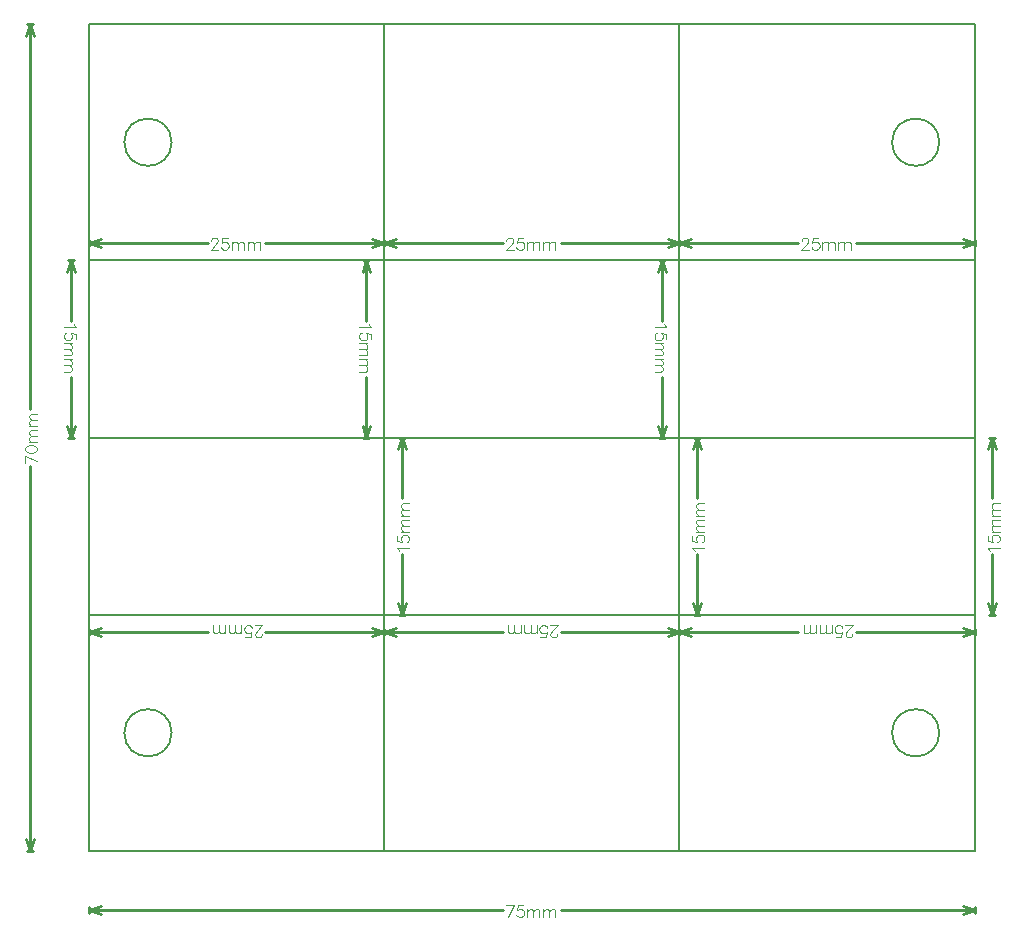
<source format=gko>
G04*
G04 #@! TF.GenerationSoftware,Altium Limited,Altium Designer,21.1.0 (24)*
G04*
G04 Layer_Color=16711935*
%FSLAX25Y25*%
%MOIN*%
G70*
G04*
G04 #@! TF.SameCoordinates,E17B2B31-19E6-4FC6-9C55-F749E7A6AAE1*
G04*
G04*
G04 #@! TF.FilePolarity,Positive*
G04*
G01*
G75*
%ADD36C,0.00500*%
%ADD39C,0.00394*%
%ADD61C,0.01000*%
%ADD62C,0.00500*%
D36*
X283465Y39369D02*
G03*
X283465Y39369I-7874J0D01*
G01*
X27559D02*
G03*
X27559Y39369I-7874J0D01*
G01*
Y236221D02*
G03*
X27559Y236221I-7874J0D01*
G01*
X283465Y236220D02*
G03*
X283465Y236220I-7874J0D01*
G01*
X1Y0D02*
Y78740D01*
X0Y0D02*
X295276D01*
Y78740D01*
X98425Y0D02*
X98425Y275590D01*
X295275Y98425D02*
X295275Y78741D01*
X295274Y118111D02*
X295274Y98427D01*
X295275Y137795D02*
X295275Y118111D01*
X295273Y157482D02*
X295273Y137798D01*
X295274Y177166D02*
X295274Y157482D01*
X295275Y196850D02*
X295275Y177166D01*
X-1Y98425D02*
X-1Y78741D01*
X-2Y118111D02*
X-2Y98427D01*
X-1Y137795D02*
X-1Y118111D01*
X-2Y157482D02*
X-2Y137798D01*
X-2Y177166D02*
X-2Y157482D01*
X-1Y196850D02*
X-1Y177166D01*
X1Y78740D02*
X295276D01*
X1Y196850D02*
X295277D01*
X1D02*
Y216535D01*
X196850Y0D02*
X196850Y275590D01*
X1Y137795D02*
X295277D01*
X2Y275590D02*
X295277D01*
X2Y216535D02*
Y275590D01*
X295277Y196850D02*
Y275590D01*
X295276Y78740D02*
X196851D01*
X196851Y78740D02*
Y137795D01*
X196851Y78740D02*
Y137795D01*
X295276Y137795D02*
X196851D01*
X295276Y78740D02*
Y137795D01*
X196851Y78740D02*
X98426D01*
X98426Y78740D02*
Y137795D01*
X98426Y78740D02*
Y137795D01*
X196851Y137795D02*
X98426D01*
X196851Y78740D02*
Y137795D01*
X98426Y78740D02*
X1D01*
X1Y78740D02*
Y137795D01*
X1Y78740D02*
Y137795D01*
X98426Y137795D02*
X1D01*
X98426Y78740D02*
Y137795D01*
X1Y196850D02*
X98426D01*
X98426Y196850D02*
Y137795D01*
X98426Y196850D02*
Y137795D01*
X1Y137795D02*
X98426D01*
X1Y196850D02*
Y137795D01*
X98426Y196850D02*
X196851D01*
X196851Y196850D02*
Y137795D01*
X196851Y196850D02*
Y137795D01*
X98426Y137795D02*
X196851D01*
X98426Y196850D02*
Y137795D01*
X196851Y196850D02*
X295276D01*
X295276Y196850D02*
Y137795D01*
X295276Y196850D02*
Y137795D01*
X196851Y137795D02*
X295276D01*
X196851Y196850D02*
Y137795D01*
D39*
X141621Y-18111D02*
X139747Y-22047D01*
X138997Y-18111D02*
X141621D01*
X144751D02*
X142877D01*
X142689Y-19798D01*
X142877Y-19610D01*
X143439Y-19423D01*
X144001D01*
X144564Y-19610D01*
X144939Y-19985D01*
X145126Y-20547D01*
Y-20922D01*
X144939Y-21485D01*
X144564Y-21859D01*
X144001Y-22047D01*
X143439D01*
X142877Y-21859D01*
X142689Y-21672D01*
X142502Y-21297D01*
X146007Y-19423D02*
Y-22047D01*
Y-20173D02*
X146569Y-19610D01*
X146944Y-19423D01*
X147506D01*
X147881Y-19610D01*
X148069Y-20173D01*
Y-22047D01*
Y-20173D02*
X148631Y-19610D01*
X149006Y-19423D01*
X149568D01*
X149943Y-19610D01*
X150131Y-20173D01*
Y-22047D01*
X151368Y-19423D02*
Y-22047D01*
Y-20173D02*
X151930Y-19610D01*
X152305Y-19423D01*
X152867D01*
X153242Y-19610D01*
X153429Y-20173D01*
Y-22047D01*
Y-20173D02*
X153992Y-19610D01*
X154367Y-19423D01*
X154929D01*
X155304Y-19610D01*
X155491Y-20173D01*
Y-22047D01*
X-21259Y131779D02*
X-17323Y129904D01*
X-21259Y129154D02*
Y131779D01*
Y133784D02*
X-21072Y133222D01*
X-20510Y132847D01*
X-19572Y132659D01*
X-19010D01*
X-18073Y132847D01*
X-17511Y133222D01*
X-17323Y133784D01*
Y134159D01*
X-17511Y134721D01*
X-18073Y135096D01*
X-19010Y135284D01*
X-19572D01*
X-20510Y135096D01*
X-21072Y134721D01*
X-21259Y134159D01*
Y133784D01*
X-19947Y136164D02*
X-17323D01*
X-19198D02*
X-19760Y136727D01*
X-19947Y137102D01*
Y137664D01*
X-19760Y138039D01*
X-19198Y138226D01*
X-17323D01*
X-19198D02*
X-19760Y138789D01*
X-19947Y139163D01*
Y139726D01*
X-19760Y140101D01*
X-19198Y140288D01*
X-17323D01*
X-19947Y141525D02*
X-17323D01*
X-19198D02*
X-19760Y142087D01*
X-19947Y142462D01*
Y143025D01*
X-19760Y143400D01*
X-19198Y143587D01*
X-17323D01*
X-19198D02*
X-19760Y144149D01*
X-19947Y144524D01*
Y145087D01*
X-19760Y145461D01*
X-19198Y145649D01*
X-17323D01*
X254517Y72197D02*
Y72010D01*
X254330Y71635D01*
X254142Y71448D01*
X253767Y71260D01*
X253018D01*
X252643Y71448D01*
X252455Y71635D01*
X252268Y72010D01*
Y72385D01*
X252455Y72760D01*
X252830Y73322D01*
X254705Y75196D01*
X252080D01*
X248950Y71260D02*
X250825D01*
X251012Y72947D01*
X250825Y72760D01*
X250262Y72572D01*
X249700D01*
X249138Y72760D01*
X248763Y73135D01*
X248575Y73697D01*
Y74072D01*
X248763Y74634D01*
X249138Y75009D01*
X249700Y75196D01*
X250262D01*
X250825Y75009D01*
X251012Y74822D01*
X251200Y74447D01*
X247694Y72572D02*
Y75196D01*
Y73322D02*
X247132Y72760D01*
X246757Y72572D01*
X246195D01*
X245820Y72760D01*
X245633Y73322D01*
Y75196D01*
Y73322D02*
X245070Y72760D01*
X244696Y72572D01*
X244133D01*
X243758Y72760D01*
X243571Y73322D01*
Y75196D01*
X242334Y72572D02*
Y75196D01*
Y73322D02*
X241772Y72760D01*
X241397Y72572D01*
X240834D01*
X240459Y72760D01*
X240272Y73322D01*
Y75196D01*
Y73322D02*
X239710Y72760D01*
X239335Y72572D01*
X238773D01*
X238398Y72760D01*
X238210Y73322D01*
Y75196D01*
X300357Y99936D02*
X300170Y100311D01*
X299607Y100873D01*
X303544D01*
X299607Y105072D02*
Y103198D01*
X301294Y103010D01*
X301107Y103198D01*
X300920Y103760D01*
Y104322D01*
X301107Y104884D01*
X301482Y105259D01*
X302044Y105447D01*
X302419D01*
X302981Y105259D01*
X303356Y104884D01*
X303544Y104322D01*
Y103760D01*
X303356Y103198D01*
X303169Y103010D01*
X302794Y102823D01*
X300920Y106328D02*
X303544D01*
X301669D02*
X301107Y106890D01*
X300920Y107265D01*
Y107827D01*
X301107Y108202D01*
X301669Y108389D01*
X303544D01*
X301669D02*
X301107Y108952D01*
X300920Y109327D01*
Y109889D01*
X301107Y110264D01*
X301669Y110451D01*
X303544D01*
X300920Y111688D02*
X303544D01*
X301669D02*
X301107Y112251D01*
X300920Y112626D01*
Y113188D01*
X301107Y113563D01*
X301669Y113750D01*
X303544D01*
X301669D02*
X301107Y114312D01*
X300920Y114687D01*
Y115250D01*
X301107Y115624D01*
X301669Y115812D01*
X303544D01*
X156092Y72197D02*
Y72010D01*
X155905Y71635D01*
X155717Y71448D01*
X155342Y71260D01*
X154593D01*
X154218Y71448D01*
X154030Y71635D01*
X153843Y72010D01*
Y72385D01*
X154030Y72760D01*
X154405Y73322D01*
X156280Y75196D01*
X153655D01*
X150525Y71260D02*
X152400D01*
X152587Y72947D01*
X152400Y72760D01*
X151837Y72572D01*
X151275D01*
X150713Y72760D01*
X150338Y73135D01*
X150150Y73697D01*
Y74072D01*
X150338Y74634D01*
X150713Y75009D01*
X151275Y75196D01*
X151837D01*
X152400Y75009D01*
X152587Y74822D01*
X152774Y74447D01*
X149269Y72572D02*
Y75196D01*
Y73322D02*
X148707Y72760D01*
X148332Y72572D01*
X147770D01*
X147395Y72760D01*
X147207Y73322D01*
Y75196D01*
Y73322D02*
X146645Y72760D01*
X146270Y72572D01*
X145708D01*
X145333Y72760D01*
X145146Y73322D01*
Y75196D01*
X143909Y72572D02*
Y75196D01*
Y73322D02*
X143346Y72760D01*
X142972Y72572D01*
X142409D01*
X142034Y72760D01*
X141847Y73322D01*
Y75196D01*
Y73322D02*
X141285Y72760D01*
X140910Y72572D01*
X140347D01*
X139972Y72760D01*
X139785Y73322D01*
Y75196D01*
X201932Y99936D02*
X201745Y100311D01*
X201182Y100873D01*
X205118D01*
X201182Y105072D02*
Y103198D01*
X202869Y103010D01*
X202682Y103198D01*
X202494Y103760D01*
Y104322D01*
X202682Y104884D01*
X203057Y105259D01*
X203619Y105447D01*
X203994D01*
X204556Y105259D01*
X204931Y104884D01*
X205118Y104322D01*
Y103760D01*
X204931Y103198D01*
X204744Y103010D01*
X204369Y102823D01*
X202494Y106328D02*
X205118D01*
X203244D02*
X202682Y106890D01*
X202494Y107265D01*
Y107827D01*
X202682Y108202D01*
X203244Y108389D01*
X205118D01*
X203244D02*
X202682Y108952D01*
X202494Y109327D01*
Y109889D01*
X202682Y110264D01*
X203244Y110451D01*
X205118D01*
X202494Y111688D02*
X205118D01*
X203244D02*
X202682Y112251D01*
X202494Y112626D01*
Y113188D01*
X202682Y113563D01*
X203244Y113750D01*
X205118D01*
X203244D02*
X202682Y114312D01*
X202494Y114687D01*
Y115250D01*
X202682Y115624D01*
X203244Y115812D01*
X205118D01*
X57667Y72197D02*
Y72010D01*
X57479Y71635D01*
X57292Y71448D01*
X56917Y71260D01*
X56167D01*
X55792Y71448D01*
X55605Y71635D01*
X55418Y72010D01*
Y72385D01*
X55605Y72760D01*
X55980Y73322D01*
X57854Y75196D01*
X55230D01*
X52100Y71260D02*
X53974D01*
X54162Y72947D01*
X53974Y72760D01*
X53412Y72572D01*
X52850D01*
X52287Y72760D01*
X51912Y73135D01*
X51725Y73697D01*
Y74072D01*
X51912Y74634D01*
X52287Y75009D01*
X52850Y75196D01*
X53412D01*
X53974Y75009D01*
X54162Y74822D01*
X54349Y74447D01*
X50844Y72572D02*
Y75196D01*
Y73322D02*
X50282Y72760D01*
X49907Y72572D01*
X49345D01*
X48970Y72760D01*
X48782Y73322D01*
Y75196D01*
Y73322D02*
X48220Y72760D01*
X47845Y72572D01*
X47283D01*
X46908Y72760D01*
X46720Y73322D01*
Y75196D01*
X45483Y72572D02*
Y75196D01*
Y73322D02*
X44921Y72760D01*
X44546Y72572D01*
X43984D01*
X43609Y72760D01*
X43422Y73322D01*
Y75196D01*
Y73322D02*
X42859Y72760D01*
X42485Y72572D01*
X41922D01*
X41547Y72760D01*
X41360Y73322D01*
Y75196D01*
X103507Y99936D02*
X103319Y100311D01*
X102757Y100873D01*
X106693D01*
X102757Y105072D02*
Y103198D01*
X104444Y103010D01*
X104257Y103198D01*
X104069Y103760D01*
Y104322D01*
X104257Y104884D01*
X104631Y105259D01*
X105194Y105447D01*
X105569D01*
X106131Y105259D01*
X106506Y104884D01*
X106693Y104322D01*
Y103760D01*
X106506Y103198D01*
X106318Y103010D01*
X105944Y102823D01*
X104069Y106328D02*
X106693D01*
X104819D02*
X104257Y106890D01*
X104069Y107265D01*
Y107827D01*
X104257Y108202D01*
X104819Y108389D01*
X106693D01*
X104819D02*
X104257Y108952D01*
X104069Y109327D01*
Y109889D01*
X104257Y110264D01*
X104819Y110451D01*
X106693D01*
X104069Y111688D02*
X106693D01*
X104819D02*
X104257Y112251D01*
X104069Y112626D01*
Y113188D01*
X104257Y113563D01*
X104819Y113750D01*
X106693D01*
X104819D02*
X104257Y114312D01*
X104069Y114687D01*
Y115250D01*
X104257Y115624D01*
X104819Y115812D01*
X106693D01*
X40760Y203393D02*
Y203580D01*
X40947Y203955D01*
X41135Y204143D01*
X41510Y204330D01*
X42259D01*
X42634Y204143D01*
X42822Y203955D01*
X43009Y203580D01*
Y203206D01*
X42822Y202831D01*
X42447Y202269D01*
X40573Y200394D01*
X43197D01*
X46327Y204330D02*
X44452D01*
X44265Y202643D01*
X44452Y202831D01*
X45015Y203018D01*
X45577D01*
X46139Y202831D01*
X46514Y202456D01*
X46702Y201894D01*
Y201519D01*
X46514Y200956D01*
X46139Y200582D01*
X45577Y200394D01*
X45015D01*
X44452Y200582D01*
X44265Y200769D01*
X44078Y201144D01*
X47583Y203018D02*
Y200394D01*
Y202269D02*
X48145Y202831D01*
X48520Y203018D01*
X49082D01*
X49457Y202831D01*
X49644Y202269D01*
Y200394D01*
Y202269D02*
X50207Y202831D01*
X50582Y203018D01*
X51144D01*
X51519Y202831D01*
X51706Y202269D01*
Y200394D01*
X52943Y203018D02*
Y200394D01*
Y202269D02*
X53506Y202831D01*
X53881Y203018D01*
X54443D01*
X54818Y202831D01*
X55005Y202269D01*
Y200394D01*
Y202269D02*
X55567Y202831D01*
X55942Y203018D01*
X56505D01*
X56879Y202831D01*
X57067Y202269D01*
Y200394D01*
X-5080Y175654D02*
X-4893Y175280D01*
X-4330Y174717D01*
X-8266D01*
X-4330Y170519D02*
Y172393D01*
X-6017Y172581D01*
X-5830Y172393D01*
X-5642Y171831D01*
Y171268D01*
X-5830Y170706D01*
X-6205Y170331D01*
X-6767Y170144D01*
X-7142D01*
X-7704Y170331D01*
X-8079Y170706D01*
X-8266Y171268D01*
Y171831D01*
X-8079Y172393D01*
X-7892Y172581D01*
X-7517Y172768D01*
X-5642Y169263D02*
X-8266D01*
X-6392D02*
X-5830Y168701D01*
X-5642Y168326D01*
Y167763D01*
X-5830Y167388D01*
X-6392Y167201D01*
X-8266D01*
X-6392D02*
X-5830Y166639D01*
X-5642Y166264D01*
Y165702D01*
X-5830Y165327D01*
X-6392Y165139D01*
X-8266D01*
X-5642Y163902D02*
X-8266D01*
X-6392D02*
X-5830Y163340D01*
X-5642Y162965D01*
Y162403D01*
X-5830Y162028D01*
X-6392Y161840D01*
X-8266D01*
X-6392D02*
X-5830Y161278D01*
X-5642Y160903D01*
Y160341D01*
X-5830Y159966D01*
X-6392Y159779D01*
X-8266D01*
X139185Y203393D02*
Y203580D01*
X139373Y203955D01*
X139560Y204143D01*
X139935Y204330D01*
X140685D01*
X141060Y204143D01*
X141247Y203955D01*
X141434Y203580D01*
Y203206D01*
X141247Y202831D01*
X140872Y202269D01*
X138998Y200394D01*
X141622D01*
X144752Y204330D02*
X142878D01*
X142690Y202643D01*
X142878Y202831D01*
X143440Y203018D01*
X144002D01*
X144564Y202831D01*
X144939Y202456D01*
X145127Y201894D01*
Y201519D01*
X144939Y200956D01*
X144564Y200582D01*
X144002Y200394D01*
X143440D01*
X142878Y200582D01*
X142690Y200769D01*
X142503Y201144D01*
X146008Y203018D02*
Y200394D01*
Y202269D02*
X146570Y202831D01*
X146945Y203018D01*
X147507D01*
X147882Y202831D01*
X148070Y202269D01*
Y200394D01*
Y202269D02*
X148632Y202831D01*
X149007Y203018D01*
X149569D01*
X149944Y202831D01*
X150131Y202269D01*
Y200394D01*
X151368Y203018D02*
Y200394D01*
Y202269D02*
X151931Y202831D01*
X152306Y203018D01*
X152868D01*
X153243Y202831D01*
X153430Y202269D01*
Y200394D01*
Y202269D02*
X153993Y202831D01*
X154367Y203018D01*
X154930D01*
X155305Y202831D01*
X155492Y202269D01*
Y200394D01*
X93345Y175654D02*
X93533Y175280D01*
X94095Y174717D01*
X90159D01*
X94095Y170519D02*
Y172393D01*
X92408Y172581D01*
X92595Y172393D01*
X92783Y171831D01*
Y171268D01*
X92595Y170706D01*
X92220Y170331D01*
X91658Y170144D01*
X91283D01*
X90721Y170331D01*
X90346Y170706D01*
X90159Y171268D01*
Y171831D01*
X90346Y172393D01*
X90534Y172581D01*
X90908Y172768D01*
X92783Y169263D02*
X90159D01*
X92033D02*
X92595Y168701D01*
X92783Y168326D01*
Y167763D01*
X92595Y167388D01*
X92033Y167201D01*
X90159D01*
X92033D02*
X92595Y166639D01*
X92783Y166264D01*
Y165702D01*
X92595Y165327D01*
X92033Y165139D01*
X90159D01*
X92783Y163902D02*
X90159D01*
X92033D02*
X92595Y163340D01*
X92783Y162965D01*
Y162403D01*
X92595Y162028D01*
X92033Y161840D01*
X90159D01*
X92033D02*
X92595Y161278D01*
X92783Y160903D01*
Y160341D01*
X92595Y159966D01*
X92033Y159779D01*
X90159D01*
X237610Y203393D02*
Y203580D01*
X237798Y203955D01*
X237985Y204143D01*
X238360Y204330D01*
X239110D01*
X239485Y204143D01*
X239672Y203955D01*
X239860Y203580D01*
Y203206D01*
X239672Y202831D01*
X239297Y202269D01*
X237423Y200394D01*
X240047D01*
X243177Y204330D02*
X241303D01*
X241115Y202643D01*
X241303Y202831D01*
X241865Y203018D01*
X242427D01*
X242990Y202831D01*
X243365Y202456D01*
X243552Y201894D01*
Y201519D01*
X243365Y200956D01*
X242990Y200582D01*
X242427Y200394D01*
X241865D01*
X241303Y200582D01*
X241115Y200769D01*
X240928Y201144D01*
X244433Y203018D02*
Y200394D01*
Y202269D02*
X244995Y202831D01*
X245370Y203018D01*
X245933D01*
X246307Y202831D01*
X246495Y202269D01*
Y200394D01*
Y202269D02*
X247057Y202831D01*
X247432Y203018D01*
X247994D01*
X248369Y202831D01*
X248557Y202269D01*
Y200394D01*
X249794Y203018D02*
Y200394D01*
Y202269D02*
X250356Y202831D01*
X250731Y203018D01*
X251293D01*
X251668Y202831D01*
X251855Y202269D01*
Y200394D01*
Y202269D02*
X252418Y202831D01*
X252793Y203018D01*
X253355D01*
X253730Y202831D01*
X253917Y202269D01*
Y200394D01*
X191770Y175654D02*
X191958Y175280D01*
X192520Y174717D01*
X188584D01*
X192520Y170519D02*
Y172393D01*
X190833Y172581D01*
X191021Y172393D01*
X191208Y171831D01*
Y171268D01*
X191021Y170706D01*
X190646Y170331D01*
X190083Y170144D01*
X189708D01*
X189146Y170331D01*
X188771Y170706D01*
X188584Y171268D01*
Y171831D01*
X188771Y172393D01*
X188959Y172581D01*
X189334Y172768D01*
X191208Y169263D02*
X188584D01*
X190458D02*
X191021Y168701D01*
X191208Y168326D01*
Y167763D01*
X191021Y167388D01*
X190458Y167201D01*
X188584D01*
X190458D02*
X191021Y166639D01*
X191208Y166264D01*
Y165702D01*
X191021Y165327D01*
X190458Y165139D01*
X188584D01*
X191208Y163902D02*
X188584D01*
X190458D02*
X191021Y163340D01*
X191208Y162965D01*
Y162403D01*
X191021Y162028D01*
X190458Y161840D01*
X188584D01*
X190458D02*
X191021Y161278D01*
X191208Y160903D01*
Y160341D01*
X191021Y159966D01*
X190458Y159779D01*
X188584D01*
D61*
X295276Y-20685D02*
Y-18685D01*
X0Y-20685D02*
Y-18685D01*
X291339Y-20997D02*
X295276Y-19685D01*
X291339Y-18373D02*
X295276Y-19685D01*
X0D02*
X3937Y-20997D01*
X0Y-19685D02*
X3937Y-18373D01*
X157279Y-19685D02*
X295276D01*
X0D02*
X137997D01*
X-20685Y275590D02*
X-18685D01*
X-20685Y-0D02*
X-18685D01*
X-19685Y275590D02*
X-18373Y271654D01*
X-20997D02*
X-19685Y275590D01*
Y-0D02*
X-18373Y3937D01*
X-20997D02*
X-19685Y-0D01*
Y147436D02*
Y275590D01*
Y-0D02*
Y128154D01*
X302182Y137795D02*
X300182D01*
X302182Y78740D02*
X300182D01*
X302494Y133858D02*
X301182Y137795D01*
X299869Y133858D02*
X301182Y137795D01*
Y78740D02*
X302494Y82677D01*
X301182Y78740D02*
X299869Y82677D01*
X301182Y117599D02*
Y137795D01*
Y78740D02*
Y98936D01*
X196851Y71835D02*
Y73835D01*
X295276Y71835D02*
Y73835D01*
X196851Y72835D02*
X200788Y74147D01*
Y71522D02*
X196851Y72835D01*
X295276D02*
X291339Y74147D01*
Y71522D02*
X295276Y72835D01*
X236423D02*
X196851D01*
X295276D02*
X255705D01*
X203757Y137795D02*
X201757D01*
X203757Y78740D02*
X201757D01*
X204069Y133858D02*
X202757Y137795D01*
X201444Y133858D02*
X202757Y137795D01*
Y78740D02*
X204069Y82677D01*
X202757Y78740D02*
X201444Y82677D01*
X202757Y117599D02*
Y137795D01*
Y78740D02*
Y98936D01*
X98426Y71835D02*
Y73835D01*
X196851Y71835D02*
Y73835D01*
X98426Y72835D02*
X102363Y74147D01*
Y71522D02*
X98426Y72835D01*
X196851D02*
X192914Y74147D01*
Y71522D02*
X196851Y72835D01*
X137998D02*
X98426D01*
X196851D02*
X157280D01*
X105332Y137795D02*
X103331D01*
X105332Y78740D02*
X103331D01*
X105644Y133858D02*
X104332Y137795D01*
X103019Y133858D02*
X104332Y137795D01*
Y78740D02*
X105644Y82677D01*
X104332Y78740D02*
X103019Y82677D01*
X104332Y117599D02*
Y137795D01*
Y78740D02*
Y98936D01*
X1Y71835D02*
Y73835D01*
X98426Y71835D02*
Y73835D01*
X1Y72835D02*
X3938Y74147D01*
Y71522D02*
X1Y72835D01*
X98426D02*
X94489Y74147D01*
Y71522D02*
X98426Y72835D01*
X39573D02*
X1D01*
X98426D02*
X58854D01*
X-6905Y137795D02*
X-4905D01*
X-6905Y196850D02*
X-4905D01*
X-7217Y141732D02*
X-5905Y137795D01*
X-4592Y141732D02*
X-5905Y137795D01*
Y196850D02*
X-7217Y192913D01*
X-5905Y196850D02*
X-4592Y192913D01*
X-5905Y157991D02*
Y137795D01*
Y196850D02*
Y176655D01*
X98426Y203756D02*
Y201756D01*
X1Y203756D02*
Y201756D01*
X98426Y202756D02*
X94489Y201444D01*
Y204068D02*
X98426Y202756D01*
X1D02*
X3938Y201444D01*
Y204068D02*
X1Y202756D01*
X58854D02*
X98426D01*
X1D02*
X39573D01*
X91521Y137795D02*
X93520D01*
X91521Y196850D02*
X93520D01*
X91208Y141732D02*
X92520Y137795D01*
X93833Y141732D02*
X92520Y137795D01*
Y196850D02*
X91208Y192913D01*
X92520Y196850D02*
X93833Y192913D01*
X92520Y157991D02*
Y137795D01*
Y196850D02*
Y176655D01*
X196851Y203756D02*
Y201756D01*
X98426Y203756D02*
Y201756D01*
X196851Y202756D02*
X192914Y201444D01*
Y204068D02*
X196851Y202756D01*
X98426D02*
X102363Y201444D01*
Y204068D02*
X98426Y202756D01*
X157280D02*
X196851D01*
X98426D02*
X137998D01*
X189946Y137795D02*
X191946D01*
X189946Y196850D02*
X191946D01*
X189633Y141732D02*
X190946Y137795D01*
X192258Y141732D02*
X190946Y137795D01*
Y196850D02*
X189633Y192913D01*
X190946Y196850D02*
X192258Y192913D01*
X190946Y157991D02*
Y137795D01*
Y196850D02*
Y176655D01*
X295276Y203756D02*
Y201756D01*
X196851Y203756D02*
Y201756D01*
X295276Y202756D02*
X291339Y201444D01*
Y204068D02*
X295276Y202756D01*
X196851D02*
X200788Y201444D01*
Y204068D02*
X196851Y202756D01*
X255705D02*
X295276D01*
X196851D02*
X236423D01*
D62*
X204123Y137795D02*
D03*
D03*
X105698D02*
D03*
D03*
X7272D02*
D03*
D03*
X91154Y137795D02*
D03*
D03*
X189579D02*
D03*
D03*
X288005D02*
D03*
D03*
M02*

</source>
